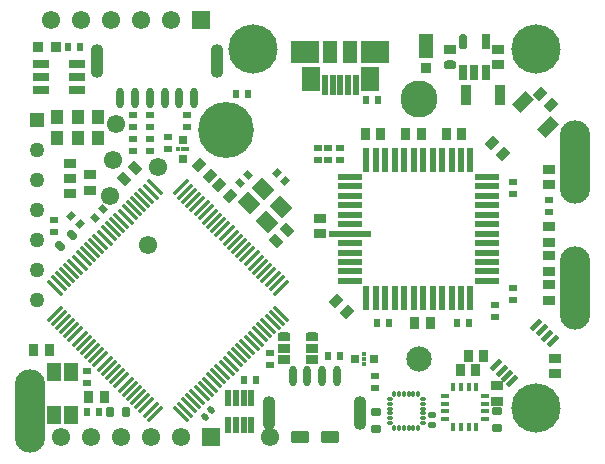
<source format=gts>
G04 Layer_Color=8388736*
%FSLAX44Y44*%
%MOMM*%
G71*
G01*
G75*
G04:AMPARAMS|DCode=29|XSize=0.6096mm|YSize=0.9144mm|CornerRadius=0.1524mm|HoleSize=0mm|Usage=FLASHONLY|Rotation=45.000|XOffset=0mm|YOffset=0mm|HoleType=Round|Shape=RoundedRectangle|*
%AMROUNDEDRECTD29*
21,1,0.6096,0.6096,0,0,45.0*
21,1,0.3048,0.9144,0,0,45.0*
1,1,0.3048,0.3233,-0.1078*
1,1,0.3048,0.1078,-0.3233*
1,1,0.3048,-0.3233,0.1078*
1,1,0.3048,-0.1078,0.3233*
%
%ADD29ROUNDEDRECTD29*%
G04:AMPARAMS|DCode=30|XSize=0.6096mm|YSize=0.9144mm|CornerRadius=0.1524mm|HoleSize=0mm|Usage=FLASHONLY|Rotation=180.000|XOffset=0mm|YOffset=0mm|HoleType=Round|Shape=RoundedRectangle|*
%AMROUNDEDRECTD30*
21,1,0.6096,0.6096,0,0,180.0*
21,1,0.3048,0.9144,0,0,180.0*
1,1,0.3048,-0.1524,0.3048*
1,1,0.3048,0.1524,0.3048*
1,1,0.3048,0.1524,-0.3048*
1,1,0.3048,-0.1524,-0.3048*
%
%ADD30ROUNDEDRECTD30*%
G04:AMPARAMS|DCode=37|XSize=0.6604mm|YSize=0.3048mm|CornerRadius=0mm|HoleSize=0mm|Usage=FLASHONLY|Rotation=0.002|XOffset=0mm|YOffset=0mm|HoleType=Round|Shape=Rectangle|*
%AMROTATEDRECTD37*
4,1,4,-0.3302,-0.1524,-0.3302,0.1524,0.3302,0.1524,0.3302,-0.1524,-0.3302,-0.1524,0.0*
%
%ADD37ROTATEDRECTD37*%

G04:AMPARAMS|DCode=38|XSize=0.6604mm|YSize=0.3048mm|CornerRadius=0mm|HoleSize=0mm|Usage=FLASHONLY|Rotation=90.002|XOffset=0mm|YOffset=0mm|HoleType=Round|Shape=Rectangle|*
%AMROTATEDRECTD38*
4,1,4,0.1524,-0.3302,-0.1524,-0.3302,-0.1524,0.3302,0.1524,0.3302,0.1524,-0.3302,0.0*
%
%ADD38ROTATEDRECTD38*%

G04:AMPARAMS|DCode=53|XSize=0.6096mm|YSize=0.9144mm|CornerRadius=0.1524mm|HoleSize=0mm|Usage=FLASHONLY|Rotation=90.000|XOffset=0mm|YOffset=0mm|HoleType=Round|Shape=RoundedRectangle|*
%AMROUNDEDRECTD53*
21,1,0.6096,0.6096,0,0,90.0*
21,1,0.3048,0.9144,0,0,90.0*
1,1,0.3048,0.3048,0.1524*
1,1,0.3048,0.3048,-0.1524*
1,1,0.3048,-0.3048,-0.1524*
1,1,0.3048,-0.3048,0.1524*
%
%ADD53ROUNDEDRECTD53*%
G04:AMPARAMS|DCode=54|XSize=0.508mm|YSize=0.6096mm|CornerRadius=0.127mm|HoleSize=0mm|Usage=FLASHONLY|Rotation=90.000|XOffset=0mm|YOffset=0mm|HoleType=Round|Shape=RoundedRectangle|*
%AMROUNDEDRECTD54*
21,1,0.5080,0.3556,0,0,90.0*
21,1,0.2540,0.6096,0,0,90.0*
1,1,0.2540,0.1778,0.1270*
1,1,0.2540,0.1778,-0.1270*
1,1,0.2540,-0.1778,-0.1270*
1,1,0.2540,-0.1778,0.1270*
%
%ADD54ROUNDEDRECTD54*%
G04:AMPARAMS|DCode=58|XSize=0.508mm|YSize=0.6096mm|CornerRadius=0.127mm|HoleSize=0mm|Usage=FLASHONLY|Rotation=225.000|XOffset=0mm|YOffset=0mm|HoleType=Round|Shape=RoundedRectangle|*
%AMROUNDEDRECTD58*
21,1,0.5080,0.3556,0,0,225.0*
21,1,0.2540,0.6096,0,0,225.0*
1,1,0.2540,-0.2155,0.0359*
1,1,0.2540,-0.0359,0.2155*
1,1,0.2540,0.2155,-0.0359*
1,1,0.2540,0.0359,-0.2155*
%
%ADD58ROUNDEDRECTD58*%
%ADD149R,1.3716X0.7620*%
%ADD150R,1.0668X1.1684*%
%ADD151R,1.2446X1.9558*%
%ADD152R,2.4384X1.9558*%
%ADD153R,1.5494X2.1590*%
%ADD154R,0.5080X1.7526*%
G04:AMPARAMS|DCode=155|XSize=0.5588mm|YSize=0.6604mm|CornerRadius=0mm|HoleSize=0mm|Usage=FLASHONLY|Rotation=225.001|XOffset=0mm|YOffset=0mm|HoleType=Round|Shape=Rectangle|*
%AMROTATEDRECTD155*
4,1,4,-0.0359,0.4310,0.4310,-0.0359,0.0359,-0.4310,-0.4310,0.0359,-0.0359,0.4310,0.0*
%
%ADD155ROTATEDRECTD155*%

G04:AMPARAMS|DCode=156|XSize=0.5588mm|YSize=0.6604mm|CornerRadius=0mm|HoleSize=0mm|Usage=FLASHONLY|Rotation=135.009|XOffset=0mm|YOffset=0mm|HoleType=Round|Shape=Rectangle|*
%AMROTATEDRECTD156*
4,1,4,0.4310,0.0360,-0.0359,-0.4311,-0.4310,-0.0360,0.0359,0.4311,0.4310,0.0360,0.0*
%
%ADD156ROTATEDRECTD156*%

G04:AMPARAMS|DCode=157|XSize=0.5588mm|YSize=0.6604mm|CornerRadius=0mm|HoleSize=0mm|Usage=FLASHONLY|Rotation=270.010|XOffset=0mm|YOffset=0mm|HoleType=Round|Shape=Rectangle|*
%AMROTATEDRECTD157*
4,1,4,-0.3302,0.2793,0.3302,0.2795,0.3302,-0.2793,-0.3302,-0.2795,-0.3302,0.2793,0.0*
%
%ADD157ROTATEDRECTD157*%

%ADD158R,0.6604X0.5588*%
G04:AMPARAMS|DCode=159|XSize=0.762mm|YSize=0.9652mm|CornerRadius=0mm|HoleSize=0mm|Usage=FLASHONLY|Rotation=270.010|XOffset=0mm|YOffset=0mm|HoleType=Round|Shape=Rectangle|*
%AMROTATEDRECTD159*
4,1,4,-0.4827,0.3809,0.4825,0.3811,0.4827,-0.3809,-0.4825,-0.3811,-0.4827,0.3809,0.0*
%
%ADD159ROTATEDRECTD159*%

G04:AMPARAMS|DCode=160|XSize=0.6096mm|YSize=1.27mm|CornerRadius=0mm|HoleSize=0mm|Usage=FLASHONLY|Rotation=0.002|XOffset=0mm|YOffset=0mm|HoleType=Round|Shape=Rectangle|*
%AMROTATEDRECTD160*
4,1,4,-0.3048,-0.6350,-0.3048,0.6350,0.3048,0.6350,0.3048,-0.6350,-0.3048,-0.6350,0.0*
%
%ADD160ROTATEDRECTD160*%

G04:AMPARAMS|DCode=161|XSize=0.6096mm|YSize=1.27mm|CornerRadius=0.1651mm|HoleSize=0mm|Usage=FLASHONLY|Rotation=0.002|XOffset=0mm|YOffset=0mm|HoleType=Round|Shape=RoundedRectangle|*
%AMROUNDEDRECTD161*
21,1,0.6096,0.9398,0,0,0.0*
21,1,0.2794,1.2700,0,0,0.0*
1,1,0.3302,0.1397,-0.4699*
1,1,0.3302,-0.1397,-0.4699*
1,1,0.3302,-0.1397,0.4699*
1,1,0.3302,0.1397,0.4699*
%
%ADD161ROUNDEDRECTD161*%
G04:AMPARAMS|DCode=162|XSize=0.5588mm|YSize=0.6604mm|CornerRadius=0mm|HoleSize=0mm|Usage=FLASHONLY|Rotation=135.000|XOffset=0mm|YOffset=0mm|HoleType=Round|Shape=Rectangle|*
%AMROTATEDRECTD162*
4,1,4,0.4310,0.0359,-0.0359,-0.4310,-0.4310,-0.0359,0.0359,0.4310,0.4310,0.0359,0.0*
%
%ADD162ROTATEDRECTD162*%

%ADD163R,0.5588X0.6604*%
G04:AMPARAMS|DCode=164|XSize=0.762mm|YSize=0.9652mm|CornerRadius=0mm|HoleSize=0mm|Usage=FLASHONLY|Rotation=315.019|XOffset=0mm|YOffset=0mm|HoleType=Round|Shape=Rectangle|*
%AMROTATEDRECTD164*
4,1,4,-0.6106,-0.0720,0.0716,0.6107,0.6106,0.0720,-0.0716,-0.6107,-0.6106,-0.0720,0.0*
%
%ADD164ROTATEDRECTD164*%

G04:AMPARAMS|DCode=165|XSize=0.762mm|YSize=0.9652mm|CornerRadius=0mm|HoleSize=0mm|Usage=FLASHONLY|Rotation=180.018|XOffset=0mm|YOffset=0mm|HoleType=Round|Shape=Rectangle|*
%AMROTATEDRECTD165*
4,1,4,0.3809,0.4827,0.3811,-0.4825,-0.3809,-0.4827,-0.3811,0.4825,0.3809,0.4827,0.0*
%
%ADD165ROTATEDRECTD165*%

G04:AMPARAMS|DCode=166|XSize=0.762mm|YSize=0.9652mm|CornerRadius=0mm|HoleSize=0mm|Usage=FLASHONLY|Rotation=45.011|XOffset=0mm|YOffset=0mm|HoleType=Round|Shape=Rectangle|*
%AMROTATEDRECTD166*
4,1,4,0.0720,-0.6106,-0.6107,0.0717,-0.0720,0.6106,0.6107,-0.0717,0.0720,-0.6106,0.0*
%
%ADD166ROTATEDRECTD166*%

G04:AMPARAMS|DCode=167|XSize=1.4732mm|YSize=1.1176mm|CornerRadius=0mm|HoleSize=0mm|Usage=FLASHONLY|Rotation=270.010|XOffset=0mm|YOffset=0mm|HoleType=Round|Shape=Rectangle|*
%AMROTATEDRECTD167*
4,1,4,-0.5589,0.7365,0.5587,0.7367,0.5589,-0.7365,-0.5587,-0.7367,-0.5589,0.7365,0.0*
%
%ADD167ROTATEDRECTD167*%

G04:AMPARAMS|DCode=168|XSize=0.5588mm|YSize=0.6604mm|CornerRadius=0mm|HoleSize=0mm|Usage=FLASHONLY|Rotation=0.002|XOffset=0mm|YOffset=0mm|HoleType=Round|Shape=Rectangle|*
%AMROTATEDRECTD168*
4,1,4,-0.2794,-0.3302,-0.2794,0.3302,0.2794,0.3302,0.2794,-0.3302,-0.2794,-0.3302,0.0*
%
%ADD168ROTATEDRECTD168*%

%ADD169R,3.5560X0.4826*%
%ADD170R,2.0574X0.4826*%
%ADD171R,0.4826X2.0574*%
G04:AMPARAMS|DCode=172|XSize=0.762mm|YSize=1.0668mm|CornerRadius=0mm|HoleSize=0mm|Usage=FLASHONLY|Rotation=90.010|XOffset=0mm|YOffset=0mm|HoleType=Round|Shape=Rectangle|*
%AMROTATEDRECTD172*
4,1,4,0.5335,-0.3809,-0.5333,-0.3811,-0.5335,0.3809,0.5333,0.3811,0.5335,-0.3809,0.0*
%
%ADD172ROTATEDRECTD172*%

G04:AMPARAMS|DCode=173|XSize=0.762mm|YSize=1.0668mm|CornerRadius=0.2032mm|HoleSize=0mm|Usage=FLASHONLY|Rotation=90.010|XOffset=0mm|YOffset=0mm|HoleType=Round|Shape=RoundedRectangle|*
%AMROUNDEDRECTD173*
21,1,0.7620,0.6604,0,0,90.0*
21,1,0.3556,1.0668,0,0,90.0*
1,1,0.4064,0.3302,0.1779*
1,1,0.4064,0.3302,-0.1777*
1,1,0.4064,-0.3302,-0.1779*
1,1,0.4064,-0.3302,0.1777*
%
%ADD173ROUNDEDRECTD173*%
%ADD174P,1.2213X4X315.0*%
G04:AMPARAMS|DCode=175|XSize=0.4572mm|YSize=1.0922mm|CornerRadius=0mm|HoleSize=0mm|Usage=FLASHONLY|Rotation=135.009|XOffset=0mm|YOffset=0mm|HoleType=Round|Shape=Rectangle|*
%AMROTATEDRECTD175*
4,1,4,0.5478,0.2246,-0.2244,-0.5478,-0.5478,-0.2246,0.2244,0.5478,0.5478,0.2246,0.0*
%
%ADD175ROTATEDRECTD175*%

G04:AMPARAMS|DCode=176|XSize=0.762mm|YSize=0.9652mm|CornerRadius=0.2032mm|HoleSize=0mm|Usage=FLASHONLY|Rotation=90.000|XOffset=0mm|YOffset=0mm|HoleType=Round|Shape=RoundedRectangle|*
%AMROUNDEDRECTD176*
21,1,0.7620,0.5588,0,0,90.0*
21,1,0.3556,0.9652,0,0,90.0*
1,1,0.4064,0.2794,0.1778*
1,1,0.4064,0.2794,-0.1778*
1,1,0.4064,-0.2794,-0.1778*
1,1,0.4064,-0.2794,0.1778*
%
%ADD176ROUNDEDRECTD176*%
%ADD177R,1.1684X2.0574*%
%ADD178R,0.8636X0.8636*%
G04:AMPARAMS|DCode=179|XSize=1.4732mm|YSize=1.27mm|CornerRadius=0mm|HoleSize=0mm|Usage=FLASHONLY|Rotation=315.019|XOffset=0mm|YOffset=0mm|HoleType=Round|Shape=Rectangle|*
%AMROTATEDRECTD179*
4,1,4,-0.9699,0.0715,-0.0722,0.9698,0.9699,-0.0715,0.0722,-0.9698,-0.9699,0.0715,0.0*
%
%ADD179ROTATEDRECTD179*%

%ADD180R,0.6604X0.6604*%
%ADD181R,0.4572X0.4572*%
%ADD182R,0.6604X0.6604*%
%ADD183R,0.4572X0.4572*%
G04:AMPARAMS|DCode=184|XSize=0.9652mm|YSize=1.651mm|CornerRadius=0mm|HoleSize=0mm|Usage=FLASHONLY|Rotation=315.000|XOffset=0mm|YOffset=0mm|HoleType=Round|Shape=Rectangle|*
%AMROTATEDRECTD184*
4,1,4,-0.9250,-0.2425,0.2425,0.9250,0.9250,0.2425,-0.2425,-0.9250,-0.9250,-0.2425,0.0*
%
%ADD184ROTATEDRECTD184*%

%ADD185R,0.9652X1.6510*%
G04:AMPARAMS|DCode=186|XSize=0.508mm|YSize=0.2794mm|CornerRadius=0.0826mm|HoleSize=0mm|Usage=FLASHONLY|Rotation=270.000|XOffset=0mm|YOffset=0mm|HoleType=Round|Shape=RoundedRectangle|*
%AMROUNDEDRECTD186*
21,1,0.5080,0.1143,0,0,270.0*
21,1,0.3429,0.2794,0,0,270.0*
1,1,0.1651,-0.0572,-0.1714*
1,1,0.1651,-0.0572,0.1714*
1,1,0.1651,0.0572,0.1714*
1,1,0.1651,0.0572,-0.1714*
%
%ADD186ROUNDEDRECTD186*%
G04:AMPARAMS|DCode=187|XSize=0.508mm|YSize=0.2794mm|CornerRadius=0.0826mm|HoleSize=0mm|Usage=FLASHONLY|Rotation=0.000|XOffset=0mm|YOffset=0mm|HoleType=Round|Shape=RoundedRectangle|*
%AMROUNDEDRECTD187*
21,1,0.5080,0.1143,0,0,0.0*
21,1,0.3429,0.2794,0,0,0.0*
1,1,0.1651,0.1714,-0.0572*
1,1,0.1651,-0.1714,-0.0572*
1,1,0.1651,-0.1714,0.0572*
1,1,0.1651,0.1714,0.0572*
%
%ADD187ROUNDEDRECTD187*%
G04:AMPARAMS|DCode=188|XSize=0.6604mm|YSize=1.7526mm|CornerRadius=0.3302mm|HoleSize=0mm|Usage=FLASHONLY|Rotation=0.000|XOffset=0mm|YOffset=0mm|HoleType=Round|Shape=RoundedRectangle|*
%AMROUNDEDRECTD188*
21,1,0.6604,1.0922,0,0,0.0*
21,1,0.0000,1.7526,0,0,0.0*
1,1,0.6604,0.0000,-0.5461*
1,1,0.6604,0.0000,-0.5461*
1,1,0.6604,0.0000,0.5461*
1,1,0.6604,0.0000,0.5461*
%
%ADD188ROUNDEDRECTD188*%
G04:AMPARAMS|DCode=189|XSize=2.8702mm|YSize=1.0668mm|CornerRadius=0.5334mm|HoleSize=0mm|Usage=FLASHONLY|Rotation=90.000|XOffset=0mm|YOffset=0mm|HoleType=Round|Shape=RoundedRectangle|*
%AMROUNDEDRECTD189*
21,1,2.8702,0.0000,0,0,90.0*
21,1,1.8034,1.0668,0,0,90.0*
1,1,1.0668,0.0000,0.9017*
1,1,1.0668,0.0000,-0.9017*
1,1,1.0668,0.0000,-0.9017*
1,1,1.0668,0.0000,0.9017*
%
%ADD189ROUNDEDRECTD189*%
%ADD190R,0.4826X1.3716*%
G04:AMPARAMS|DCode=191|XSize=0.3508mm|YSize=1.8508mm|CornerRadius=0mm|HoleSize=0mm|Usage=FLASHONLY|Rotation=315.000|XOffset=0mm|YOffset=0mm|HoleType=Round|Shape=Round|*
%AMOVALD191*
21,1,1.5000,0.3508,0.0000,0.0000,45.0*
1,1,0.3508,-0.5303,-0.5303*
1,1,0.3508,0.5303,0.5303*
%
%ADD191OVALD191*%

G04:AMPARAMS|DCode=192|XSize=0.3508mm|YSize=1.8508mm|CornerRadius=0mm|HoleSize=0mm|Usage=FLASHONLY|Rotation=225.000|XOffset=0mm|YOffset=0mm|HoleType=Round|Shape=Round|*
%AMOVALD192*
21,1,1.5000,0.3508,0.0000,0.0000,315.0*
1,1,0.3508,-0.5303,0.5303*
1,1,0.3508,0.5303,-0.5303*
%
%ADD192OVALD192*%

%ADD193C,0.0508*%
G04:AMPARAMS|DCode=194|XSize=1.5508mm|YSize=1.0508mm|CornerRadius=0.2754mm|HoleSize=0mm|Usage=FLASHONLY|Rotation=180.000|XOffset=0mm|YOffset=0mm|HoleType=Round|Shape=RoundedRectangle|*
%AMROUNDEDRECTD194*
21,1,1.5508,0.5000,0,0,180.0*
21,1,1.0000,1.0508,0,0,180.0*
1,1,0.5508,-0.5000,0.2500*
1,1,0.5508,0.5000,0.2500*
1,1,0.5508,0.5000,-0.2500*
1,1,0.5508,-0.5000,-0.2500*
%
%ADD194ROUNDEDRECTD194*%
%ADD195C,1.5508*%
%ADD196O,2.5908X7.0508*%
%ADD197C,2.1368*%
%ADD198C,3.1369*%
%ADD199C,1.2700*%
%ADD200R,1.2700X1.2700*%
%ADD201C,4.7371*%
%ADD202C,4.1656*%
%ADD203R,1.5508X1.5508*%
D29*
X2275710Y612010D02*
D03*
X2265810Y602110D02*
D03*
D30*
X2308210Y462280D02*
D03*
X2322210D02*
D03*
D37*
X2591580Y475585D02*
D03*
X2591580Y469085D02*
D03*
X2591580Y462585D02*
D03*
X2591580Y456085D02*
D03*
X2625580Y456087D02*
D03*
X2625580Y462587D02*
D03*
X2625580Y469087D02*
D03*
X2625580Y475587D02*
D03*
D38*
X2598831Y448836D02*
D03*
X2605331Y448836D02*
D03*
X2611831Y448836D02*
D03*
X2618331Y448836D02*
D03*
X2618329Y482836D02*
D03*
X2611830Y482836D02*
D03*
X2605329Y482836D02*
D03*
X2598829Y482836D02*
D03*
D53*
X2533142Y461914D02*
D03*
Y447914D02*
D03*
X2635758Y448422D02*
D03*
Y462422D02*
D03*
D54*
X2581148Y459168D02*
D03*
Y451168D02*
D03*
D58*
X2388328Y457928D02*
D03*
X2393984Y463584D02*
D03*
D149*
X2279904Y756412D02*
D03*
Y745236D02*
D03*
Y734236D02*
D03*
X2250168Y734236D02*
D03*
Y745236D02*
D03*
Y756412D02*
D03*
D150*
X2297938Y694182D02*
D03*
Y711318D02*
D03*
X2280793Y694182D02*
D03*
Y711318D02*
D03*
X2263648Y694182D02*
D03*
Y711318D02*
D03*
D151*
X2511552Y767080D02*
D03*
X2494795D02*
D03*
D152*
X2473670D02*
D03*
X2532888D02*
D03*
D153*
X2478170Y743966D02*
D03*
X2528316D02*
D03*
D154*
X2516378Y738886D02*
D03*
X2490170D02*
D03*
X2496670D02*
D03*
X2509774D02*
D03*
X2503170D02*
D03*
D155*
X2425172Y662920D02*
D03*
X2418044Y655792D02*
D03*
X2295164Y626385D02*
D03*
X2302292Y633512D02*
D03*
D156*
X2456414Y657119D02*
D03*
X2449285Y664246D02*
D03*
D157*
X2634487Y552116D02*
D03*
X2634489Y542036D02*
D03*
X2649473Y567102D02*
D03*
X2649475Y557022D02*
D03*
Y646938D02*
D03*
X2649473Y657018D02*
D03*
X2679699Y641016D02*
D03*
X2679701Y630936D02*
D03*
X2373630Y703660D02*
D03*
Y713740D02*
D03*
X2341880D02*
D03*
Y703660D02*
D03*
X2327910Y713740D02*
D03*
Y703660D02*
D03*
Y683340D02*
D03*
Y693420D02*
D03*
X2341880Y683340D02*
D03*
Y693420D02*
D03*
X2443480Y501730D02*
D03*
Y511810D02*
D03*
D158*
X2260600Y614680D02*
D03*
Y624760D02*
D03*
X2484120Y675640D02*
D03*
X2484120Y685720D02*
D03*
X2493010Y675640D02*
D03*
X2493010Y685720D02*
D03*
X2503170Y675640D02*
D03*
X2503170Y685720D02*
D03*
X2357120Y684530D02*
D03*
Y694610D02*
D03*
X2532380Y482600D02*
D03*
Y492680D02*
D03*
X2288540Y496490D02*
D03*
Y486410D02*
D03*
D159*
X2637027Y768500D02*
D03*
X2637029Y755396D02*
D03*
X2274570Y646280D02*
D03*
Y659384D02*
D03*
Y672338D02*
D03*
X2679700Y653900D02*
D03*
Y667004D02*
D03*
X2635758Y470512D02*
D03*
Y483616D02*
D03*
X2684781Y493880D02*
D03*
X2684779Y506984D02*
D03*
X2679699Y593748D02*
D03*
X2679701Y580644D02*
D03*
X2679700Y605132D02*
D03*
Y618236D02*
D03*
X2679699Y569364D02*
D03*
X2679701Y556260D02*
D03*
X2486406Y612498D02*
D03*
Y625602D02*
D03*
X2291588Y649328D02*
D03*
Y662432D02*
D03*
X2596134Y768858D02*
D03*
D160*
X2607209Y748999D02*
D03*
X2616708Y748999D02*
D03*
X2626360Y748999D02*
D03*
X2626360Y775208D02*
D03*
D161*
X2607208Y775208D02*
D03*
D162*
X2275550Y627924D02*
D03*
X2282677Y620796D02*
D03*
D163*
X2492582Y509270D02*
D03*
X2502662D02*
D03*
X2273046Y770889D02*
D03*
X2283126Y770891D02*
D03*
X2534840Y726441D02*
D03*
X2524760Y726439D02*
D03*
X2424858Y731520D02*
D03*
X2414778D02*
D03*
X2421970Y488950D02*
D03*
X2432050D02*
D03*
X2288620Y462280D02*
D03*
X2298700D02*
D03*
D164*
X2672308Y731543D02*
D03*
X2681577Y722280D02*
D03*
X2499842Y555775D02*
D03*
X2509111Y546512D02*
D03*
X2383764Y670837D02*
D03*
X2393033Y661574D02*
D03*
X2409977Y645136D02*
D03*
X2400710Y654401D02*
D03*
X2640863Y680443D02*
D03*
X2631595Y689707D02*
D03*
D165*
X2303930Y474982D02*
D03*
X2290826Y474978D02*
D03*
X2558900Y697484D02*
D03*
X2572004Y697484D02*
D03*
X2524864Y697484D02*
D03*
X2537968Y697484D02*
D03*
X2593444Y697484D02*
D03*
X2606548Y697484D02*
D03*
X2579774Y537212D02*
D03*
X2566670Y537208D02*
D03*
X2243940Y514349D02*
D03*
X2257044Y514351D02*
D03*
X2605128Y497840D02*
D03*
X2618232Y497840D02*
D03*
X2611986Y509016D02*
D03*
X2625090Y509016D02*
D03*
D166*
X2319759Y659613D02*
D03*
X2329023Y668881D02*
D03*
X2448791Y606527D02*
D03*
X2458055Y615795D02*
D03*
D167*
X2260973Y459485D02*
D03*
X2260967Y495519D02*
D03*
X2275589Y459487D02*
D03*
X2275583Y495521D02*
D03*
D168*
X2612390Y537210D02*
D03*
X2602310Y537210D02*
D03*
X2544572Y537210D02*
D03*
X2534492Y537210D02*
D03*
D169*
X2511044Y612966D02*
D03*
D170*
Y604966D02*
D03*
Y596966D02*
D03*
Y588966D02*
D03*
Y580966D02*
D03*
Y572966D02*
D03*
Y621030D02*
D03*
Y629158D02*
D03*
Y637032D02*
D03*
Y645160D02*
D03*
Y653034D02*
D03*
Y661162D02*
D03*
X2627864Y572966D02*
D03*
Y580966D02*
D03*
Y588966D02*
D03*
Y596966D02*
D03*
Y604966D02*
D03*
Y612966D02*
D03*
Y621030D02*
D03*
Y629158D02*
D03*
Y637032D02*
D03*
Y645160D02*
D03*
Y653034D02*
D03*
Y661162D02*
D03*
D171*
X2525268Y558566D02*
D03*
X2533396D02*
D03*
X2541270D02*
D03*
X2549398D02*
D03*
X2557272D02*
D03*
X2565400D02*
D03*
X2573464D02*
D03*
X2581464D02*
D03*
X2589464D02*
D03*
X2597464D02*
D03*
X2605464D02*
D03*
X2613464D02*
D03*
Y675386D02*
D03*
X2605464D02*
D03*
X2597464D02*
D03*
X2589464D02*
D03*
X2581464D02*
D03*
X2573464D02*
D03*
X2565400D02*
D03*
X2557272D02*
D03*
X2549398D02*
D03*
X2541270D02*
D03*
X2533396D02*
D03*
X2525268D02*
D03*
D172*
X2479612Y506122D02*
D03*
X2479610Y515622D02*
D03*
X2455418Y515618D02*
D03*
X2455420Y506118D02*
D03*
D173*
X2479608Y525274D02*
D03*
X2455416Y525270D02*
D03*
D174*
X2262632Y771144D02*
D03*
X2247512Y771144D02*
D03*
D175*
X2682989Y521890D02*
D03*
X2678392Y526485D02*
D03*
X2673759Y531118D02*
D03*
X2669088Y535787D02*
D03*
X2635060Y501749D02*
D03*
X2639731Y497079D02*
D03*
X2644365Y492447D02*
D03*
X2648961Y487852D02*
D03*
D176*
X2596134Y755754D02*
D03*
D177*
X2575560Y771960D02*
D03*
D178*
Y752856D02*
D03*
D179*
X2437740Y650916D02*
D03*
X2453426Y635241D02*
D03*
X2425627Y638795D02*
D03*
X2441313Y623120D02*
D03*
D180*
X2531490Y506730D02*
D03*
X2515362Y506730D02*
D03*
D181*
X2523490Y510730D02*
D03*
Y502666D02*
D03*
Y506730D02*
D03*
D182*
X2369820Y676530D02*
D03*
Y692658D02*
D03*
D183*
X2373820Y684530D02*
D03*
X2365756D02*
D03*
X2369820D02*
D03*
D184*
X2678687Y703323D02*
D03*
X2658017Y723993D02*
D03*
D185*
X2638552Y730250D02*
D03*
X2609320D02*
D03*
D186*
X2549050Y477012D02*
D03*
X2553050D02*
D03*
X2557050D02*
D03*
X2561082D02*
D03*
X2565146D02*
D03*
X2569210D02*
D03*
Y448788D02*
D03*
X2565146D02*
D03*
X2561082D02*
D03*
X2557050D02*
D03*
X2553050D02*
D03*
X2549050D02*
D03*
D187*
X2573274Y472948D02*
D03*
Y468884D02*
D03*
Y464820D02*
D03*
Y460788D02*
D03*
Y456788D02*
D03*
Y452788D02*
D03*
X2545050D02*
D03*
Y456788D02*
D03*
Y460788D02*
D03*
Y464820D02*
D03*
Y468884D02*
D03*
Y472948D02*
D03*
D188*
X2500330Y492396D02*
D03*
X2487830D02*
D03*
X2475230D02*
D03*
X2462784D02*
D03*
X2316980Y727820D02*
D03*
X2329480D02*
D03*
X2341980D02*
D03*
X2354580D02*
D03*
X2367026D02*
D03*
X2379726D02*
D03*
D189*
X2519830Y460896D02*
D03*
X2443226Y460896D02*
D03*
X2297480Y759320D02*
D03*
X2399030D02*
D03*
D190*
X2408330Y450530D02*
D03*
X2414830D02*
D03*
X2421382D02*
D03*
X2427986D02*
D03*
Y474218D02*
D03*
X2421382D02*
D03*
X2414830D02*
D03*
X2408330D02*
D03*
D191*
X2452933Y567220D02*
D03*
X2449397Y570756D02*
D03*
X2445862Y574291D02*
D03*
X2442326Y577827D02*
D03*
X2438791Y581362D02*
D03*
X2435255Y584898D02*
D03*
X2431720Y588433D02*
D03*
X2428184Y591969D02*
D03*
X2424649Y595504D02*
D03*
X2421113Y599040D02*
D03*
X2417578Y602575D02*
D03*
X2414042Y606111D02*
D03*
X2410506Y609647D02*
D03*
X2406971Y613182D02*
D03*
X2403436Y616718D02*
D03*
X2399900Y620253D02*
D03*
X2396364Y623789D02*
D03*
X2392829Y627324D02*
D03*
X2389293Y630860D02*
D03*
X2385758Y634395D02*
D03*
X2382222Y637931D02*
D03*
X2378687Y641467D02*
D03*
X2375151Y645002D02*
D03*
X2371616Y648537D02*
D03*
X2368080Y652073D02*
D03*
X2261307Y545300D02*
D03*
X2264843Y541764D02*
D03*
X2268378Y538229D02*
D03*
X2271914Y534693D02*
D03*
X2275449Y531158D02*
D03*
X2278985Y527622D02*
D03*
X2282520Y524087D02*
D03*
X2286056Y520551D02*
D03*
X2289591Y517016D02*
D03*
X2293127Y513480D02*
D03*
X2296662Y509945D02*
D03*
X2300198Y506409D02*
D03*
X2303734Y502873D02*
D03*
X2307269Y499338D02*
D03*
X2310804Y495802D02*
D03*
X2314340Y492267D02*
D03*
X2317876Y488731D02*
D03*
X2321411Y485196D02*
D03*
X2324947Y481660D02*
D03*
X2328482Y478125D02*
D03*
X2332018Y474589D02*
D03*
X2335553Y471053D02*
D03*
X2339089Y467518D02*
D03*
X2342624Y463983D02*
D03*
X2346160Y460447D02*
D03*
D192*
X2346160Y652073D02*
D03*
X2342624Y648537D02*
D03*
X2339089Y645002D02*
D03*
X2335553Y641466D02*
D03*
X2332018Y637931D02*
D03*
X2328482Y634395D02*
D03*
X2324947Y630860D02*
D03*
X2321411Y627324D02*
D03*
X2317876Y623789D02*
D03*
X2314340Y620253D02*
D03*
X2310805Y616718D02*
D03*
X2307269Y613182D02*
D03*
X2303733Y609646D02*
D03*
X2300198Y606111D02*
D03*
X2296662Y602575D02*
D03*
X2293127Y599040D02*
D03*
X2289591Y595504D02*
D03*
X2286056Y591969D02*
D03*
X2282520Y588433D02*
D03*
X2278985Y584898D02*
D03*
X2275449Y581362D02*
D03*
X2271913Y577827D02*
D03*
X2268378Y574291D02*
D03*
X2264843Y570756D02*
D03*
X2261307Y567220D02*
D03*
X2368080Y460447D02*
D03*
X2371616Y463983D02*
D03*
X2375151Y467518D02*
D03*
X2378687Y471054D02*
D03*
X2382222Y474589D02*
D03*
X2385758Y478125D02*
D03*
X2389293Y481660D02*
D03*
X2392829Y485196D02*
D03*
X2396364Y488731D02*
D03*
X2399900Y492267D02*
D03*
X2403435Y495802D02*
D03*
X2406971Y499338D02*
D03*
X2410507Y502874D02*
D03*
X2414042Y506409D02*
D03*
X2417578Y509944D02*
D03*
X2421113Y513480D02*
D03*
X2424649Y517015D02*
D03*
X2428184Y520551D02*
D03*
X2431720Y524087D02*
D03*
X2435255Y527622D02*
D03*
X2438791Y531158D02*
D03*
X2442327Y534693D02*
D03*
X2445862Y538229D02*
D03*
X2449397Y541764D02*
D03*
X2452933Y545300D02*
D03*
D193*
X2519934Y441198D02*
D03*
D194*
X2494534D02*
D03*
X2469134D02*
D03*
D195*
X2443734D02*
D03*
X2359660Y793750D02*
D03*
X2334260D02*
D03*
X2308860D02*
D03*
X2283460D02*
D03*
X2258060D02*
D03*
X2340610Y603504D02*
D03*
X2313178Y706120D02*
D03*
X2349246Y669290D02*
D03*
X2308098Y644906D02*
D03*
X2310384Y675132D02*
D03*
X2368550Y440690D02*
D03*
X2343150D02*
D03*
X2317750D02*
D03*
X2292350D02*
D03*
X2266950D02*
D03*
D196*
X2240280Y462534D02*
D03*
X2702306Y567182D02*
D03*
X2701798Y673354D02*
D03*
D197*
X2569464Y506966D02*
D03*
D198*
Y727202D02*
D03*
D199*
X2246376Y607314D02*
D03*
Y632714D02*
D03*
Y658114D02*
D03*
Y683514D02*
D03*
Y581914D02*
D03*
Y556514D02*
D03*
D200*
Y708914D02*
D03*
D201*
X2406376Y700514D02*
D03*
D202*
X2669286Y769112D02*
D03*
Y465074D02*
D03*
X2429510Y769112D02*
D03*
D203*
X2385060Y793750D02*
D03*
X2393950Y440690D02*
D03*
M02*

</source>
